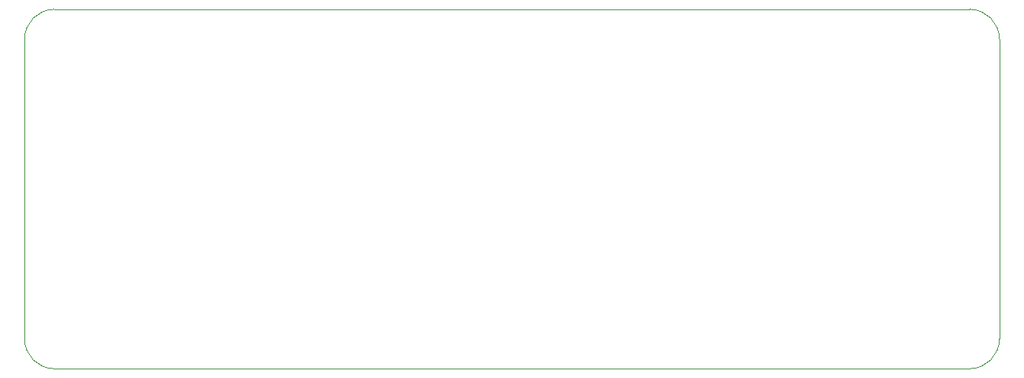
<source format=gbr>
%TF.GenerationSoftware,KiCad,Pcbnew,9.0.2*%
%TF.CreationDate,2025-07-10T10:02:47+02:00*%
%TF.ProjectId,BLDC_Motor_neu_1,424c4443-5f4d-46f7-946f-725f6e65755f,rev?*%
%TF.SameCoordinates,Original*%
%TF.FileFunction,Profile,NP*%
%FSLAX46Y46*%
G04 Gerber Fmt 4.6, Leading zero omitted, Abs format (unit mm)*
G04 Created by KiCad (PCBNEW 9.0.2) date 2025-07-10 10:02:47*
%MOMM*%
%LPD*%
G01*
G04 APERTURE LIST*
%TA.AperFunction,Profile*%
%ADD10C,0.050000*%
%TD*%
G04 APERTURE END LIST*
D10*
X207620000Y-71755000D02*
G75*
G02*
X210820000Y-74955000I0J-3200000D01*
G01*
X109245000Y-110490000D02*
G75*
G02*
X106045000Y-107290000I0J3200000D01*
G01*
X210820000Y-74955000D02*
X210820000Y-107290000D01*
X210820000Y-107290000D02*
G75*
G02*
X207620000Y-110490000I-3200000J0D01*
G01*
X109245000Y-71755000D02*
X207620000Y-71755000D01*
X106045000Y-107290000D02*
X106045000Y-74955000D01*
X106045000Y-74955000D02*
G75*
G02*
X109245000Y-71755000I3200000J0D01*
G01*
X207620000Y-110490000D02*
X109245000Y-110490000D01*
M02*

</source>
